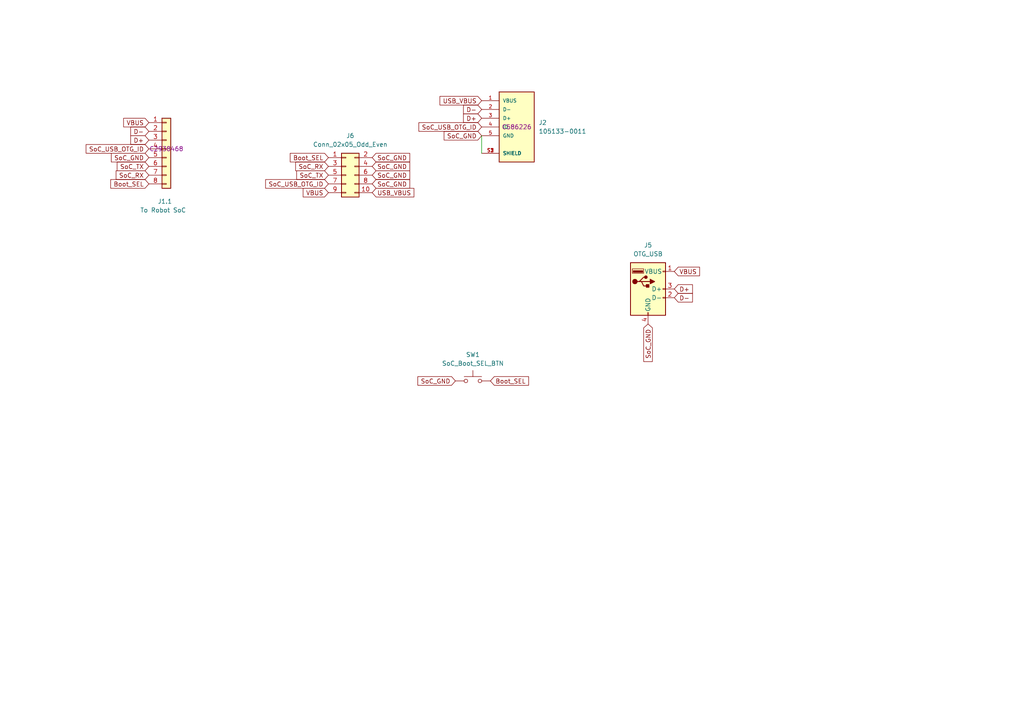
<source format=kicad_sch>
(kicad_sch (version 20230121) (generator eeschema)
  (paper "A4")
  (lib_symbols
    (symbol "Connector:USB_A" (pin_names (offset 1.016))
      (property "Reference" "J5" (at 0 12.7 0))
      (property "Value" "OTG_USB" (at 0 10.16 0))
      (symbol "USB_A_0_1"
        (rectangle (start -5.08 -7.62) (end 5.08 7.62) (stroke (width 0.254)) (fill (type background)))
        (circle (center -3.81 2.159) (radius 0.635) (stroke (width 0.254)) (fill (type outline)))
        (rectangle (start -1.524 4.826) (end -4.318 5.334) (fill (type outline)))
        (rectangle (start -1.27 4.572) (end -4.572 5.842))
        (circle (center -0.635 3.429) (radius 0.381) (stroke (width 0.254)) (fill (type outline)))
        (rectangle (start -0.127 -7.62) (end 0.127 -6.858))
        (polyline (pts (xy -3.175 2.159) (xy -2.54 2.159) (xy -1.27 3.429) (xy -0.635 3.429)) (stroke (width 0.254)))
        (polyline (pts (xy -2.54 2.159) (xy -1.905 2.159) (xy -1.27 0.889) (xy 0 0.889)) (stroke (width 0.254)))
        (polyline (pts (xy 0.635 2.794) (xy 0.635 1.524) (xy 1.905 2.159) (xy 0.635 2.794)) (stroke (width 0.254)) (fill (type outline)))
        (rectangle (start 0.254 1.27) (end -0.508 0.508) (stroke (width 0.254)) (fill (type outline)))
        (rectangle (start 5.08 -2.667) (end 4.318 -2.413))
        (rectangle (start 5.08 -0.127) (end 4.318 0.127))
        (rectangle (start 5.08 4.953) (end 4.318 5.207))
      )
      (symbol "USB_A_1_1"
        (polyline (pts (xy -1.905 2.159) (xy 0.635 2.159)) (stroke (width 0.254)))
        (pin power_in line (at 7.62 5.08 180) (length 2.54) (name "VBUS") (number "1"))
        (pin bidirectional line (at 7.62 -2.54 180) (length 2.54) (name "D-") (number "2"))
        (pin bidirectional line (at 7.62 0 180) (length 2.54) (name "D+") (number "3"))
        (pin power_in line (at 0 -10.16 90) (length 2.54) (name "GND") (number "4"))
      )
    )
    (symbol "Connector_Generic:Conn_01x08" (pin_names (offset 1.016) hide)
      (property "Reference" "J" (at 0 10.16 0))
      (property "Value" "Conn_01x08" (at 0 -12.7 0))
      (symbol "Conn_01x08_1_1"
        (rectangle (start -1.27 -10.033) (end 0 -10.287) (stroke (width 0.1524)))
        (rectangle (start -1.27 -7.493) (end 0 -7.747) (stroke (width 0.1524)))
        (rectangle (start -1.27 -4.953) (end 0 -5.207) (stroke (width 0.1524)))
        (rectangle (start -1.27 -2.413) (end 0 -2.667) (stroke (width 0.1524)))
        (rectangle (start -1.27 0.127) (end 0 -0.127) (stroke (width 0.1524)))
        (rectangle (start -1.27 2.667) (end 0 2.413) (stroke (width 0.1524)))
        (rectangle (start -1.27 5.207) (end 0 4.953) (stroke (width 0.1524)))
        (rectangle (start -1.27 7.747) (end 0 7.493) (stroke (width 0.1524)))
        (rectangle (start -1.27 8.89) (end 1.27 -11.43) (stroke (width 0.254)) (fill (type background)))
        (pin passive line (at -5.08 7.62 0) (length 3.81) (name "Pin_1") (number "1"))
        (pin passive line (at -5.08 5.08 0) (length 3.81) (name "Pin_2") (number "2"))
        (pin passive line (at -5.08 2.54 0) (length 3.81) (name "Pin_3") (number "3"))
        (pin passive line (at -5.08 0 0) (length 3.81) (name "Pin_4") (number "4"))
        (pin passive line (at -5.08 -2.54 0) (length 3.81) (name "Pin_5") (number "5"))
        (pin passive line (at -5.08 -5.08 0) (length 3.81) (name "Pin_6") (number "6"))
        (pin passive line (at -5.08 -7.62 0) (length 3.81) (name "Pin_7") (number "7"))
        (pin passive line (at -5.08 -10.16 0) (length 3.81) (name "Pin_8") (number "8"))
      )
    )
    (symbol "Connector_Generic:Conn_02x05_Odd_Even" (pin_names (offset 1.016) hide)
      (property "Reference" "J" (at 1.27 7.62 0))
      (property "Value" "Conn_02x05_Odd_Even" (at 1.27 -7.62 0))
      (symbol "Conn_02x05_Odd_Even_1_1"
        (rectangle (start -1.27 -4.953) (end 0 -5.207) (stroke (width 0.1524)))
        (rectangle (start -1.27 -2.413) (end 0 -2.667) (stroke (width 0.1524)))
        (rectangle (start -1.27 0.127) (end 0 -0.127) (stroke (width 0.1524)))
        (rectangle (start -1.27 2.667) (end 0 2.413) (stroke (width 0.1524)))
        (rectangle (start -1.27 5.207) (end 0 4.953) (stroke (width 0.1524)))
        (rectangle (start -1.27 6.35) (end 3.81 -6.35) (stroke (width 0.254)) (fill (type background)))
        (rectangle (start 3.81 -4.953) (end 2.54 -5.207) (stroke (width 0.1524)))
        (rectangle (start 3.81 -2.413) (end 2.54 -2.667) (stroke (width 0.1524)))
        (rectangle (start 3.81 0.127) (end 2.54 -0.127) (stroke (width 0.1524)))
        (rectangle (start 3.81 2.667) (end 2.54 2.413) (stroke (width 0.1524)))
        (rectangle (start 3.81 5.207) (end 2.54 4.953) (stroke (width 0.1524)))
        (pin passive line (at -5.08 5.08 0) (length 3.81) (name "Pin_1") (number "1"))
        (pin passive line (at 7.62 -5.08 180) (length 3.81) (name "Pin_10") (number "10"))
        (pin passive line (at 7.62 5.08 180) (length 3.81) (name "Pin_2") (number "2"))
        (pin passive line (at -5.08 2.54 0) (length 3.81) (name "Pin_3") (number "3"))
        (pin passive line (at 7.62 2.54 180) (length 3.81) (name "Pin_4") (number "4"))
        (pin passive line (at -5.08 0 0) (length 3.81) (name "Pin_5") (number "5"))
        (pin passive line (at 7.62 0 180) (length 3.81) (name "Pin_6") (number "6"))
        (pin passive line (at -5.08 -2.54 0) (length 3.81) (name "Pin_7") (number "7"))
        (pin passive line (at 7.62 -2.54 180) (length 3.81) (name "Pin_8") (number "8"))
        (pin passive line (at -5.08 -5.08 0) (length 3.81) (name "Pin_9") (number "9"))
      )
    )
    (symbol "Switch:SW_Push" (pin_numbers hide) (pin_names (offset 1.016) hide)
      (property "Reference" "SW" (at 1.27 2.54 0))
      (property "Value" "SW_Push" (at 0 -1.524 0))
      (symbol "SW_Push_0_1"
        (circle (center -2.032 0) (radius 0.508))
        (polyline (pts (xy 0 1.27) (xy 0 3.048)))
        (polyline (pts (xy 2.54 1.27) (xy -2.54 1.27)))
        (circle (center 2.032 0) (radius 0.508))
        (pin passive line (at -5.08 0 0) (length 2.54) (name "1") (number "1"))
        (pin passive line (at 5.08 0 180) (length 2.54) (name "2") (number "2"))
      )
    )
    (symbol "aep:105133-0011" (pin_names (offset 1.016))
      (property "Reference" "J" (at -5.0875 10.6837 0))
      (property "Value" "105133-0011" (at -5.097 -12.7349 0))
      (property "JLC#" "C586226" (at 0 0 0))
      (symbol "105133-0011_0_0"
        (rectangle (start -5.08 10.16) (end 5.08 -10.16) (stroke (width 0.254)) (fill (type background)))
        (pin passive line (at -10.16 7.62 0) (length 5.08) (name "VBUS") (number "1"))
        (pin passive line (at -10.16 5.08 0) (length 5.08) (name "D-") (number "2"))
        (pin passive line (at -10.16 2.54 0) (length 5.08) (name "D+") (number "3"))
        (pin passive line (at -10.16 0 0) (length 5.08) (name "ID") (number "4"))
        (pin passive line (at -10.16 -2.54 0) (length 5.08) (name "GND") (number "5"))
        (pin passive line (at -10.16 -7.62 0) (length 5.08) (name "SHIELD") (number "S1"))
        (pin passive line (at -10.16 -7.62 0) (length 5.08) (name "SHIELD") (number "S2"))
        (pin passive line (at -10.16 -7.62 0) (length 5.08) (name "SHIELD") (number "S3"))
      )
    )
  )
  (wire (pts (xy 139.7 39.37) (xy 139.7 44.45)))
  (global_label "SoC_RX" (shape input) (at 43.18 50.8 180) (property "Intersheetrefs" "${INTERSHEET_REFS}" (effects hide)))
  (global_label "Boot_SEL" (shape input) (at 95.25 45.72 180) (property "Intersheetrefs" "${INTERSHEET_REFS}" (effects hide)))
  (global_label "SoC_GND" (shape input) (at 107.95 50.8 0) (property "Intersheetrefs" "${INTERSHEET_REFS}" (effects hide)))
  (global_label "SoC_GND" (shape input) (at 187.96 93.98 270) (property "Intersheetrefs" "${INTERSHEET_REFS}" (effects hide)))
  (global_label "VBUS" (shape input) (at 195.58 78.74 0) (property "Intersheetrefs" "${INTERSHEET_REFS}" (effects hide)))
  (global_label "D+" (shape input) (at 43.18 40.64 180) (property "Intersheetrefs" "${INTERSHEET_REFS}" (effects hide)))
  (global_label "SoC_RX" (shape input) (at 95.25 48.26 180) (property "Intersheetrefs" "${INTERSHEET_REFS}" (effects hide)))
  (global_label "VBUS" (shape input) (at 43.18 35.56 180) (property "Intersheetrefs" "${INTERSHEET_REFS}" (effects hide)))
  (global_label "D+" (shape input) (at 139.7 34.29 180) (property "Intersheetrefs" "${INTERSHEET_REFS}" (effects hide)))
  (global_label "SoC_TX" (shape input) (at 43.18 48.26 180) (property "Intersheetrefs" "${INTERSHEET_REFS}" (effects hide)))
  (global_label "Boot_SEL" (shape input) (at 142.24 110.49 0) (property "Intersheetrefs" "${INTERSHEET_REFS}" (effects hide)))
  (global_label "SoC_GND" (shape input) (at 107.95 53.34 0) (property "Intersheetrefs" "${INTERSHEET_REFS}" (effects hide)))
  (global_label "SoC_TX" (shape input) (at 95.25 50.8 180) (property "Intersheetrefs" "${INTERSHEET_REFS}" (effects hide)))
  (global_label "SoC_USB_OTG_ID" (shape input) (at 139.7 36.83 180) (property "Intersheetrefs" "${INTERSHEET_REFS}" (effects hide)))
  (global_label "VBUS" (shape input) (at 95.25 55.88 180) (property "Intersheetrefs" "${INTERSHEET_REFS}" (effects hide)))
  (global_label "SoC_GND" (shape input) (at 107.95 48.26 0) (property "Intersheetrefs" "${INTERSHEET_REFS}" (effects hide)))
  (global_label "SoC_GND" (shape input) (at 132.08 110.49 180) (property "Intersheetrefs" "${INTERSHEET_REFS}" (effects hide)))
  (global_label "SoC_GND" (shape input) (at 139.7 39.37 180) (property "Intersheetrefs" "${INTERSHEET_REFS}" (effects hide)))
  (global_label "SoC_GND" (shape input) (at 43.18 45.72 180) (property "Intersheetrefs" "${INTERSHEET_REFS}" (effects hide)))
  (global_label "D-" (shape input) (at 195.58 86.36 0) (property "Intersheetrefs" "${INTERSHEET_REFS}" (effects hide)))
  (global_label "D-" (shape input) (at 139.7 31.75 180) (property "Intersheetrefs" "${INTERSHEET_REFS}" (effects hide)))
  (global_label "USB_VBUS" (shape input) (at 139.7 29.21 180) (property "Intersheetrefs" "${INTERSHEET_REFS}" (effects hide)))
  (global_label "SoC_USB_OTG_ID" (shape input) (at 95.25 53.34 180) (property "Intersheetrefs" "${INTERSHEET_REFS}" (effects hide)))
  (global_label "SoC_USB_OTG_ID" (shape input) (at 43.18 43.18 180) (property "Intersheetrefs" "${INTERSHEET_REFS}" (effects hide)))
  (global_label "D+" (shape input) (at 195.58 83.82 0) (property "Intersheetrefs" "${INTERSHEET_REFS}" (effects hide)))
  (global_label "SoC_GND" (shape input) (at 107.95 45.72 0) (property "Intersheetrefs" "${INTERSHEET_REFS}" (effects hide)))
  (global_label "USB_VBUS" (shape input) (at 107.95 55.88 0) (property "Intersheetrefs" "${INTERSHEET_REFS}" (effects hide)))
  (global_label "Boot_SEL" (shape input) (at 43.18 53.34 180) (property "Intersheetrefs" "${INTERSHEET_REFS}" (effects hide)))
  (global_label "D-" (shape input) (at 43.18 38.1 180) (property "Intersheetrefs" "${INTERSHEET_REFS}" (effects hide)))
  (symbol (lib_id "Switch:SW_Push") (at 137.16 110.49 0) (unit 1)
    (property "Reference" "SW1" (at 137.16 102.87 0))
    (property "Value" "SoC_Boot_SEL_BTN" (at 137.16 105.41 0))
    (property "Footprint" "Button_Switch_THT:SW_TH_Tactile_Omron_B3F-10xx" (effects hide))
    (property "JLC#" "C93153" (effects hide))
  )
  (symbol (lib_id "Connector:USB_A") (at 187.96 83.82 0) (unit 1)
    (property "Reference" "J5" (at 187.96 71.12 0))
    (property "Value" "OTG_USB" (at 187.96 73.66 0))
    (property "Footprint" "Custom:ONSHORE_USB-A1VSB6" (effects hide))
    (property "Datasheet" " ~" (effects hide))
    (property "JLC#" "C708904" (effects hide))
  )
  (symbol (lib_id "aep:105133-0011") (at 149.86 36.83 0) (unit 1)
    (property "Reference" "J2" (at 156.21 35.56 0) (effects (justify left)))
    (property "Value" "105133-0011" (at 156.21 38.1 0) (effects (justify left)))
    (property "Footprint" "aep:MOLEX_105133-0011" (effects hide))
    (property "MF" "Molex" (effects hide))
    (property "Description" "\nUSB - micro B USB 2.0 Receptacle Connector 5 Position Surface Mount\n" (effects hide))
    (property "Package" "None" (effects hide))
    (property "Price" "None" (effects hide))
    (property "Check_prices" "https://www.snapeda.com/parts/1051330011/Molex/view-part/?ref=eda" (effects hide))
    (property "STANDARD" "Manufacturer Recommendations" (effects hide))
    (property "PARTREV" "C" (effects hide))
    (property "SnapEDA_Link" "https://www.snapeda.com/parts/1051330011/Molex/view-part/?ref=snap" (effects hide))
    (property "MP" "1051330011" (effects hide))
    (property "Purchase-URL" "https://www.snapeda.com/api/url_track_click_mouser/?unipart_id=45765&manufacturer=Molex&part_name=1051330011&search_term=None" (effects hide))
    (property "Availability" "In Stock" (effects hide))
    (property "MANUFACTURER" "Molex" (effects hide))
    (property "JLC#" "C586226" (at 149.86 36.83 0))
  )
  (symbol (lib_id "Connector_Generic:Conn_01x08") (at 48.26 43.18 0) (unit 1)
    (property "Reference" "J1.1" (at 45.72 58.42 0) (effects (justify left)))
    (property "Value" "To Robot SoC" (at 40.64 60.96 0) (effects (justify left)))
    (property "Footprint" "Connector_PinHeader_2.00mm:PinHeader_1x08_P2.00mm_Horizontal" (effects hide))
    (property "JLC#" "C2938468" (at 48.26 43.18 0))
  )
  (symbol (lib_id "Connector_Generic:Conn_02x05_Odd_Even") (at 100.33 50.8 0) (unit 1)
    (property "Reference" "J6" (at 101.6 39.37 0))
    (property "Value" "Conn_02x05_Odd_Even" (at 101.6 41.91 0))
    (property "Footprint" "Connector_PinHeader_2.54mm:PinHeader_2x05_P2.54mm_Vertical" (effects hide))
    (property "JLC#" "C6332208" (effects hide))
  )
)
</source>
